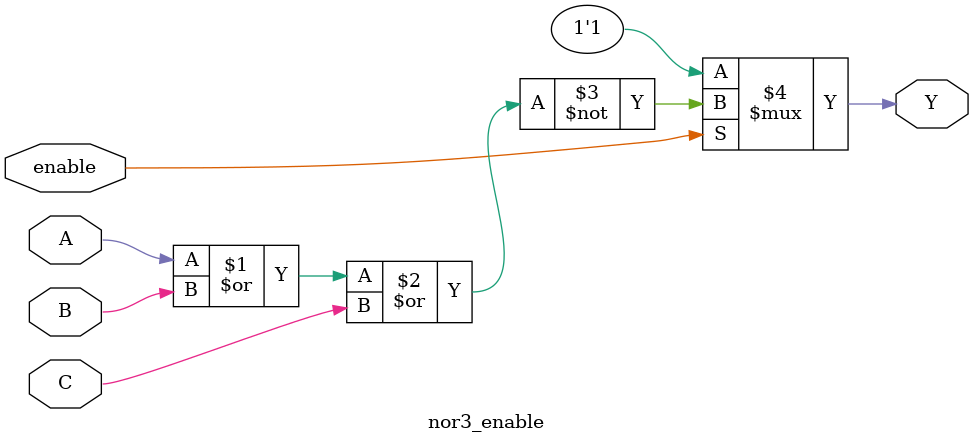
<source format=sv>
module nor3_enable (
    input wire A, B, C,
    input wire enable,
    output wire Y
);
    assign Y = enable ? ~(A | B | C) : 1'b1;  // 如果使能信号为 0，输出为 1
endmodule

</source>
